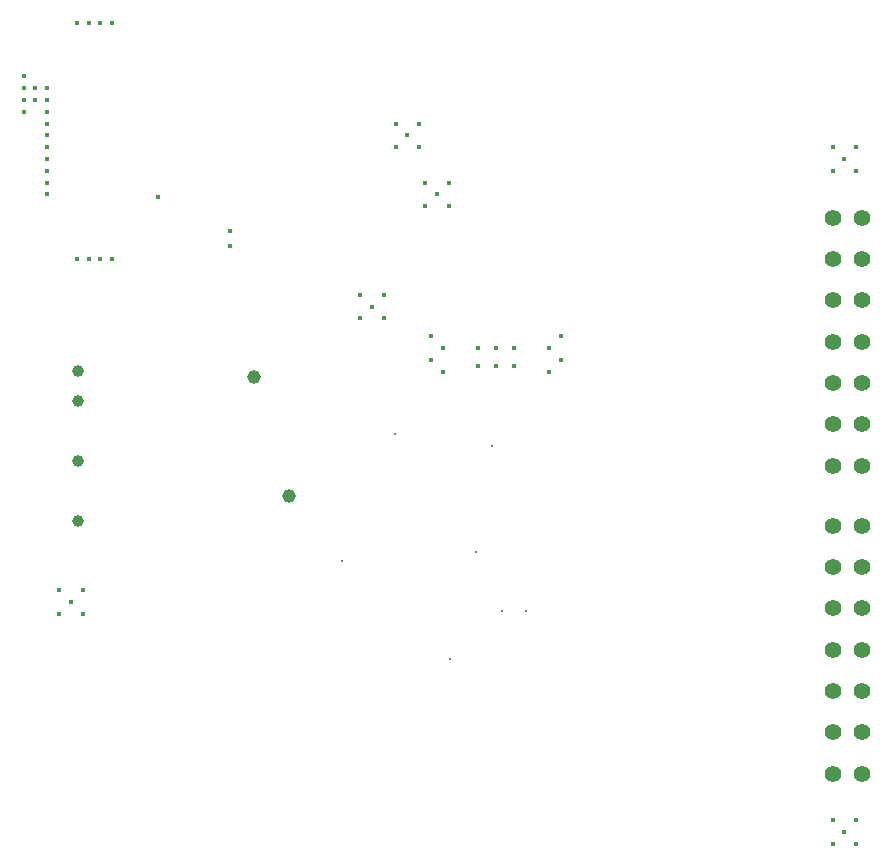
<source format=gbr>
%TF.GenerationSoftware,KiCad,Pcbnew,9.0.1*%
%TF.CreationDate,2025-04-28T13:09:30+03:00*%
%TF.ProjectId,PM_CNV-AI4_W,504d5f43-4e56-42d4-9149-345f572e6b69,rev?*%
%TF.SameCoordinates,Original*%
%TF.FileFunction,Plated,1,2,PTH,Drill*%
%TF.FilePolarity,Positive*%
%FSLAX46Y46*%
G04 Gerber Fmt 4.6, Leading zero omitted, Abs format (unit mm)*
G04 Created by KiCad (PCBNEW 9.0.1) date 2025-04-28 13:09:30*
%MOMM*%
%LPD*%
G01*
G04 APERTURE LIST*
%TA.AperFunction,ViaDrill*%
%ADD10C,0.300000*%
%TD*%
%TA.AperFunction,ViaDrill*%
%ADD11C,0.400000*%
%TD*%
%TA.AperFunction,ComponentDrill*%
%ADD12C,1.000000*%
%TD*%
%TA.AperFunction,ComponentDrill*%
%ADD13C,1.150000*%
%TD*%
%TA.AperFunction,ComponentDrill*%
%ADD14C,1.400000*%
%TD*%
G04 APERTURE END LIST*
D10*
X-10500000Y-5500006D03*
X-6050000Y5202487D03*
X-1400000Y-13800000D03*
X800000Y-4800000D03*
X2200000Y4200000D03*
X3000000Y-9800000D03*
X5000000Y-9800000D03*
D11*
X-37500000Y35500000D03*
X-37500000Y34500000D03*
X-37500000Y33500000D03*
X-37500000Y32500000D03*
X-36500000Y34500000D03*
X-36500000Y33499996D03*
X-35500000Y34500000D03*
X-35500000Y33499996D03*
X-35500000Y32499993D03*
X-35500000Y31499990D03*
X-35500000Y30500000D03*
X-35500000Y29500000D03*
X-35500000Y28500000D03*
X-35500000Y27500000D03*
X-35500000Y26500000D03*
X-35500000Y25500000D03*
X-34500000Y-8000000D03*
X-34500000Y-10000000D03*
X-33500000Y-9000000D03*
X-33000000Y40000000D03*
X-33000000Y20000000D03*
X-32500000Y-8000000D03*
X-32500000Y-10000000D03*
X-32000000Y40000000D03*
X-32000000Y20000000D03*
X-31000000Y40000000D03*
X-31000000Y20000000D03*
X-30000000Y40000000D03*
X-30000000Y20000000D03*
X-26100000Y25300000D03*
X-20000000Y22400000D03*
X-20000000Y21100000D03*
X-9000000Y17000000D03*
X-9000000Y15000000D03*
X-8000000Y16000000D03*
X-7000000Y17000000D03*
X-7000000Y15000000D03*
X-6000000Y31500000D03*
X-6000000Y29500000D03*
X-5000000Y30500000D03*
X-4000000Y31500000D03*
X-4000000Y29500000D03*
X-3500000Y26500000D03*
X-3500000Y24500000D03*
X-3000000Y13500000D03*
X-3000000Y11500000D03*
X-2500000Y25500000D03*
X-2000000Y12500000D03*
X-2000000Y10500000D03*
X-1500000Y26500000D03*
X-1500000Y24500000D03*
X1000000Y12500000D03*
X1000000Y11000000D03*
X2500000Y12500000D03*
X2500000Y11000000D03*
X4000000Y12500000D03*
X4000000Y11000000D03*
X7000000Y12500000D03*
X7000000Y10500000D03*
X8000000Y13500000D03*
X8000000Y11500000D03*
X31000000Y29500000D03*
X31000000Y27500000D03*
X31000000Y-27500000D03*
X31000000Y-29500000D03*
X32000000Y28500000D03*
X32000000Y-28500000D03*
X33000000Y29500000D03*
X33000000Y27500000D03*
X33000000Y-27500000D03*
X33000000Y-29500000D03*
D12*
%TO.C,PS1*%
X-32875000Y10540000D03*
X-32875000Y8000000D03*
X-32875000Y2920000D03*
X-32875000Y-2160000D03*
D13*
%TO.C,U2*%
X-18000000Y10000000D03*
%TO.C,U3*%
X-15000000Y0D03*
D14*
%TO.C,J3*%
X31000000Y23540000D03*
X31000000Y20040000D03*
X31000000Y16540000D03*
X31000000Y13040000D03*
X31000000Y9540000D03*
X31000000Y6040000D03*
X31000000Y2540000D03*
%TO.C,J4*%
X31000000Y-2540000D03*
X31000000Y-6040000D03*
X31000000Y-9540000D03*
X31000000Y-13040000D03*
X31000000Y-16540000D03*
X31000000Y-20040000D03*
X31000000Y-23540000D03*
%TO.C,J3*%
X33500000Y23540000D03*
X33500000Y20040000D03*
X33500000Y16540000D03*
X33500000Y13040000D03*
X33500000Y9540000D03*
X33500000Y6040000D03*
X33500000Y2540000D03*
%TO.C,J4*%
X33500000Y-2540000D03*
X33500000Y-6040000D03*
X33500000Y-9540000D03*
X33500000Y-13040000D03*
X33500000Y-16540000D03*
X33500000Y-20040000D03*
X33500000Y-23540000D03*
M02*

</source>
